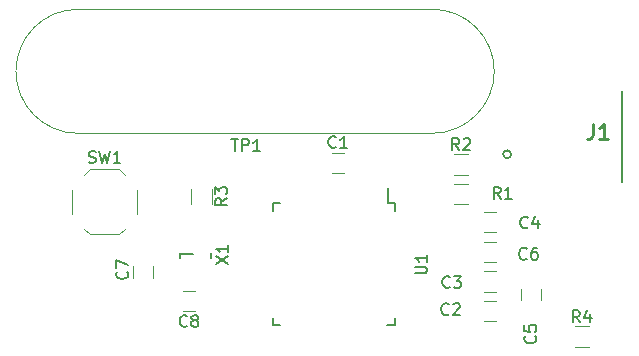
<source format=gto>
G04 #@! TF.GenerationSoftware,KiCad,Pcbnew,(5.1.4)-1*
G04 #@! TF.CreationDate,2020-01-26T21:21:17-03:00*
G04 #@! TF.ProjectId,CONTESTING,434f4e54-4553-4544-994e-472e6b696361,rev?*
G04 #@! TF.SameCoordinates,Original*
G04 #@! TF.FileFunction,Legend,Top*
G04 #@! TF.FilePolarity,Positive*
%FSLAX46Y46*%
G04 Gerber Fmt 4.6, Leading zero omitted, Abs format (unit mm)*
G04 Created by KiCad (PCBNEW (5.1.4)-1) date 2020-01-26 21:21:17*
%MOMM*%
%LPD*%
G04 APERTURE LIST*
%ADD10C,0.150000*%
%ADD11C,0.120000*%
%ADD12C,0.200000*%
%ADD13C,0.254000*%
G04 APERTURE END LIST*
D10*
X76500000Y-120250000D02*
X76500000Y-120650000D01*
X73900000Y-120250000D02*
X73900000Y-120650000D01*
X74000000Y-120350000D02*
X75000000Y-120350000D01*
X91500000Y-116025000D02*
X91500000Y-114750000D01*
X92075000Y-126375000D02*
X92075000Y-125700000D01*
X81725000Y-126375000D02*
X81725000Y-125700000D01*
X81725000Y-116025000D02*
X81725000Y-116700000D01*
X92075000Y-116025000D02*
X92075000Y-116700000D01*
X81725000Y-116025000D02*
X82400000Y-116025000D01*
X81725000Y-126375000D02*
X82400000Y-126375000D01*
X92075000Y-126375000D02*
X91400000Y-126375000D01*
X92075000Y-116025000D02*
X91500000Y-116025000D01*
D11*
X65250000Y-99600000D02*
G75*
G03X65250000Y-110100000I0J-5250000D01*
G01*
X95250000Y-110100000D02*
G75*
G03X95250000Y-99600000I0J5250000D01*
G01*
X95250000Y-99600000D02*
X65250000Y-99600000D01*
X65250000Y-110100000D02*
X95250000Y-110100000D01*
X66250000Y-113150000D02*
X68750000Y-113150000D01*
X64750000Y-114900000D02*
X64750000Y-116900000D01*
X66250000Y-118650000D02*
X68750000Y-118650000D01*
X70250000Y-114900000D02*
X70250000Y-116900000D01*
X65800000Y-113600000D02*
X66250000Y-113150000D01*
X69200000Y-113600000D02*
X68750000Y-113150000D01*
X69200000Y-118200000D02*
X68750000Y-118650000D01*
X65800000Y-118200000D02*
X66250000Y-118650000D01*
X108550000Y-128180000D02*
X107350000Y-128180000D01*
X107350000Y-126420000D02*
X108550000Y-126420000D01*
X76580000Y-114850000D02*
X76580000Y-116050000D01*
X74820000Y-116050000D02*
X74820000Y-114850000D01*
X97100000Y-111870000D02*
X98300000Y-111870000D01*
X98300000Y-113630000D02*
X97100000Y-113630000D01*
X98300000Y-116130000D02*
X97100000Y-116130000D01*
X97100000Y-114370000D02*
X98300000Y-114370000D01*
D12*
X101924270Y-111881000D02*
G75*
G03X101924270Y-111881000I-336270J0D01*
G01*
X111350000Y-114200000D02*
X111350000Y-106500000D01*
D11*
X75150000Y-123450000D02*
X74150000Y-123450000D01*
X74150000Y-125150000D02*
X75150000Y-125150000D01*
X71600000Y-122350000D02*
X71600000Y-121350000D01*
X69900000Y-121350000D02*
X69900000Y-122350000D01*
X99650000Y-121000000D02*
X100650000Y-121000000D01*
X100650000Y-119300000D02*
X99650000Y-119300000D01*
X104450000Y-124250000D02*
X104450000Y-123250000D01*
X102750000Y-123250000D02*
X102750000Y-124250000D01*
X99650000Y-118500000D02*
X100650000Y-118500000D01*
X100650000Y-116800000D02*
X99650000Y-116800000D01*
X99650000Y-123500000D02*
X100650000Y-123500000D01*
X100650000Y-121800000D02*
X99650000Y-121800000D01*
X99650000Y-126000000D02*
X100650000Y-126000000D01*
X100650000Y-124300000D02*
X99650000Y-124300000D01*
X86750000Y-113500000D02*
X87750000Y-113500000D01*
X87750000Y-111800000D02*
X86750000Y-111800000D01*
D10*
X76952380Y-121159523D02*
X77952380Y-120492857D01*
X76952380Y-120492857D02*
X77952380Y-121159523D01*
X77952380Y-119588095D02*
X77952380Y-120159523D01*
X77952380Y-119873809D02*
X76952380Y-119873809D01*
X77095238Y-119969047D01*
X77190476Y-120064285D01*
X77238095Y-120159523D01*
X93802380Y-121961904D02*
X94611904Y-121961904D01*
X94707142Y-121914285D01*
X94754761Y-121866666D01*
X94802380Y-121771428D01*
X94802380Y-121580952D01*
X94754761Y-121485714D01*
X94707142Y-121438095D01*
X94611904Y-121390476D01*
X93802380Y-121390476D01*
X94802380Y-120390476D02*
X94802380Y-120961904D01*
X94802380Y-120676190D02*
X93802380Y-120676190D01*
X93945238Y-120771428D01*
X94040476Y-120866666D01*
X94088095Y-120961904D01*
X78238095Y-110602380D02*
X78809523Y-110602380D01*
X78523809Y-111602380D02*
X78523809Y-110602380D01*
X79142857Y-111602380D02*
X79142857Y-110602380D01*
X79523809Y-110602380D01*
X79619047Y-110650000D01*
X79666666Y-110697619D01*
X79714285Y-110792857D01*
X79714285Y-110935714D01*
X79666666Y-111030952D01*
X79619047Y-111078571D01*
X79523809Y-111126190D01*
X79142857Y-111126190D01*
X80666666Y-111602380D02*
X80095238Y-111602380D01*
X80380952Y-111602380D02*
X80380952Y-110602380D01*
X80285714Y-110745238D01*
X80190476Y-110840476D01*
X80095238Y-110888095D01*
X66166666Y-112554761D02*
X66309523Y-112602380D01*
X66547619Y-112602380D01*
X66642857Y-112554761D01*
X66690476Y-112507142D01*
X66738095Y-112411904D01*
X66738095Y-112316666D01*
X66690476Y-112221428D01*
X66642857Y-112173809D01*
X66547619Y-112126190D01*
X66357142Y-112078571D01*
X66261904Y-112030952D01*
X66214285Y-111983333D01*
X66166666Y-111888095D01*
X66166666Y-111792857D01*
X66214285Y-111697619D01*
X66261904Y-111650000D01*
X66357142Y-111602380D01*
X66595238Y-111602380D01*
X66738095Y-111650000D01*
X67071428Y-111602380D02*
X67309523Y-112602380D01*
X67500000Y-111888095D01*
X67690476Y-112602380D01*
X67928571Y-111602380D01*
X68833333Y-112602380D02*
X68261904Y-112602380D01*
X68547619Y-112602380D02*
X68547619Y-111602380D01*
X68452380Y-111745238D01*
X68357142Y-111840476D01*
X68261904Y-111888095D01*
X107733333Y-126102380D02*
X107400000Y-125626190D01*
X107161904Y-126102380D02*
X107161904Y-125102380D01*
X107542857Y-125102380D01*
X107638095Y-125150000D01*
X107685714Y-125197619D01*
X107733333Y-125292857D01*
X107733333Y-125435714D01*
X107685714Y-125530952D01*
X107638095Y-125578571D01*
X107542857Y-125626190D01*
X107161904Y-125626190D01*
X108590476Y-125435714D02*
X108590476Y-126102380D01*
X108352380Y-125054761D02*
X108114285Y-125769047D01*
X108733333Y-125769047D01*
X77852380Y-115616666D02*
X77376190Y-115950000D01*
X77852380Y-116188095D02*
X76852380Y-116188095D01*
X76852380Y-115807142D01*
X76900000Y-115711904D01*
X76947619Y-115664285D01*
X77042857Y-115616666D01*
X77185714Y-115616666D01*
X77280952Y-115664285D01*
X77328571Y-115711904D01*
X77376190Y-115807142D01*
X77376190Y-116188095D01*
X76852380Y-115283333D02*
X76852380Y-114664285D01*
X77233333Y-114997619D01*
X77233333Y-114854761D01*
X77280952Y-114759523D01*
X77328571Y-114711904D01*
X77423809Y-114664285D01*
X77661904Y-114664285D01*
X77757142Y-114711904D01*
X77804761Y-114759523D01*
X77852380Y-114854761D01*
X77852380Y-115140476D01*
X77804761Y-115235714D01*
X77757142Y-115283333D01*
X97533333Y-111502380D02*
X97200000Y-111026190D01*
X96961904Y-111502380D02*
X96961904Y-110502380D01*
X97342857Y-110502380D01*
X97438095Y-110550000D01*
X97485714Y-110597619D01*
X97533333Y-110692857D01*
X97533333Y-110835714D01*
X97485714Y-110930952D01*
X97438095Y-110978571D01*
X97342857Y-111026190D01*
X96961904Y-111026190D01*
X97914285Y-110597619D02*
X97961904Y-110550000D01*
X98057142Y-110502380D01*
X98295238Y-110502380D01*
X98390476Y-110550000D01*
X98438095Y-110597619D01*
X98485714Y-110692857D01*
X98485714Y-110788095D01*
X98438095Y-110930952D01*
X97866666Y-111502380D01*
X98485714Y-111502380D01*
X101033333Y-115652380D02*
X100700000Y-115176190D01*
X100461904Y-115652380D02*
X100461904Y-114652380D01*
X100842857Y-114652380D01*
X100938095Y-114700000D01*
X100985714Y-114747619D01*
X101033333Y-114842857D01*
X101033333Y-114985714D01*
X100985714Y-115080952D01*
X100938095Y-115128571D01*
X100842857Y-115176190D01*
X100461904Y-115176190D01*
X101985714Y-115652380D02*
X101414285Y-115652380D01*
X101700000Y-115652380D02*
X101700000Y-114652380D01*
X101604761Y-114795238D01*
X101509523Y-114890476D01*
X101414285Y-114938095D01*
D13*
X108856666Y-109285523D02*
X108856666Y-110192666D01*
X108796190Y-110374095D01*
X108675238Y-110495047D01*
X108493809Y-110555523D01*
X108372857Y-110555523D01*
X110126666Y-110555523D02*
X109400952Y-110555523D01*
X109763809Y-110555523D02*
X109763809Y-109285523D01*
X109642857Y-109466952D01*
X109521904Y-109587904D01*
X109400952Y-109648380D01*
D10*
X74483333Y-126407142D02*
X74435714Y-126454761D01*
X74292857Y-126502380D01*
X74197619Y-126502380D01*
X74054761Y-126454761D01*
X73959523Y-126359523D01*
X73911904Y-126264285D01*
X73864285Y-126073809D01*
X73864285Y-125930952D01*
X73911904Y-125740476D01*
X73959523Y-125645238D01*
X74054761Y-125550000D01*
X74197619Y-125502380D01*
X74292857Y-125502380D01*
X74435714Y-125550000D01*
X74483333Y-125597619D01*
X75054761Y-125930952D02*
X74959523Y-125883333D01*
X74911904Y-125835714D01*
X74864285Y-125740476D01*
X74864285Y-125692857D01*
X74911904Y-125597619D01*
X74959523Y-125550000D01*
X75054761Y-125502380D01*
X75245238Y-125502380D01*
X75340476Y-125550000D01*
X75388095Y-125597619D01*
X75435714Y-125692857D01*
X75435714Y-125740476D01*
X75388095Y-125835714D01*
X75340476Y-125883333D01*
X75245238Y-125930952D01*
X75054761Y-125930952D01*
X74959523Y-125978571D01*
X74911904Y-126026190D01*
X74864285Y-126121428D01*
X74864285Y-126311904D01*
X74911904Y-126407142D01*
X74959523Y-126454761D01*
X75054761Y-126502380D01*
X75245238Y-126502380D01*
X75340476Y-126454761D01*
X75388095Y-126407142D01*
X75435714Y-126311904D01*
X75435714Y-126121428D01*
X75388095Y-126026190D01*
X75340476Y-125978571D01*
X75245238Y-125930952D01*
X69407142Y-121816666D02*
X69454761Y-121864285D01*
X69502380Y-122007142D01*
X69502380Y-122102380D01*
X69454761Y-122245238D01*
X69359523Y-122340476D01*
X69264285Y-122388095D01*
X69073809Y-122435714D01*
X68930952Y-122435714D01*
X68740476Y-122388095D01*
X68645238Y-122340476D01*
X68550000Y-122245238D01*
X68502380Y-122102380D01*
X68502380Y-122007142D01*
X68550000Y-121864285D01*
X68597619Y-121816666D01*
X68502380Y-121483333D02*
X68502380Y-120816666D01*
X69502380Y-121245238D01*
X103233333Y-120707142D02*
X103185714Y-120754761D01*
X103042857Y-120802380D01*
X102947619Y-120802380D01*
X102804761Y-120754761D01*
X102709523Y-120659523D01*
X102661904Y-120564285D01*
X102614285Y-120373809D01*
X102614285Y-120230952D01*
X102661904Y-120040476D01*
X102709523Y-119945238D01*
X102804761Y-119850000D01*
X102947619Y-119802380D01*
X103042857Y-119802380D01*
X103185714Y-119850000D01*
X103233333Y-119897619D01*
X104090476Y-119802380D02*
X103900000Y-119802380D01*
X103804761Y-119850000D01*
X103757142Y-119897619D01*
X103661904Y-120040476D01*
X103614285Y-120230952D01*
X103614285Y-120611904D01*
X103661904Y-120707142D01*
X103709523Y-120754761D01*
X103804761Y-120802380D01*
X103995238Y-120802380D01*
X104090476Y-120754761D01*
X104138095Y-120707142D01*
X104185714Y-120611904D01*
X104185714Y-120373809D01*
X104138095Y-120278571D01*
X104090476Y-120230952D01*
X103995238Y-120183333D01*
X103804761Y-120183333D01*
X103709523Y-120230952D01*
X103661904Y-120278571D01*
X103614285Y-120373809D01*
X103957142Y-127266666D02*
X104004761Y-127314285D01*
X104052380Y-127457142D01*
X104052380Y-127552380D01*
X104004761Y-127695238D01*
X103909523Y-127790476D01*
X103814285Y-127838095D01*
X103623809Y-127885714D01*
X103480952Y-127885714D01*
X103290476Y-127838095D01*
X103195238Y-127790476D01*
X103100000Y-127695238D01*
X103052380Y-127552380D01*
X103052380Y-127457142D01*
X103100000Y-127314285D01*
X103147619Y-127266666D01*
X103052380Y-126361904D02*
X103052380Y-126838095D01*
X103528571Y-126885714D01*
X103480952Y-126838095D01*
X103433333Y-126742857D01*
X103433333Y-126504761D01*
X103480952Y-126409523D01*
X103528571Y-126361904D01*
X103623809Y-126314285D01*
X103861904Y-126314285D01*
X103957142Y-126361904D01*
X104004761Y-126409523D01*
X104052380Y-126504761D01*
X104052380Y-126742857D01*
X104004761Y-126838095D01*
X103957142Y-126885714D01*
X103333333Y-118057142D02*
X103285714Y-118104761D01*
X103142857Y-118152380D01*
X103047619Y-118152380D01*
X102904761Y-118104761D01*
X102809523Y-118009523D01*
X102761904Y-117914285D01*
X102714285Y-117723809D01*
X102714285Y-117580952D01*
X102761904Y-117390476D01*
X102809523Y-117295238D01*
X102904761Y-117200000D01*
X103047619Y-117152380D01*
X103142857Y-117152380D01*
X103285714Y-117200000D01*
X103333333Y-117247619D01*
X104190476Y-117485714D02*
X104190476Y-118152380D01*
X103952380Y-117104761D02*
X103714285Y-117819047D01*
X104333333Y-117819047D01*
X96733333Y-123107142D02*
X96685714Y-123154761D01*
X96542857Y-123202380D01*
X96447619Y-123202380D01*
X96304761Y-123154761D01*
X96209523Y-123059523D01*
X96161904Y-122964285D01*
X96114285Y-122773809D01*
X96114285Y-122630952D01*
X96161904Y-122440476D01*
X96209523Y-122345238D01*
X96304761Y-122250000D01*
X96447619Y-122202380D01*
X96542857Y-122202380D01*
X96685714Y-122250000D01*
X96733333Y-122297619D01*
X97066666Y-122202380D02*
X97685714Y-122202380D01*
X97352380Y-122583333D01*
X97495238Y-122583333D01*
X97590476Y-122630952D01*
X97638095Y-122678571D01*
X97685714Y-122773809D01*
X97685714Y-123011904D01*
X97638095Y-123107142D01*
X97590476Y-123154761D01*
X97495238Y-123202380D01*
X97209523Y-123202380D01*
X97114285Y-123154761D01*
X97066666Y-123107142D01*
X96633333Y-125407142D02*
X96585714Y-125454761D01*
X96442857Y-125502380D01*
X96347619Y-125502380D01*
X96204761Y-125454761D01*
X96109523Y-125359523D01*
X96061904Y-125264285D01*
X96014285Y-125073809D01*
X96014285Y-124930952D01*
X96061904Y-124740476D01*
X96109523Y-124645238D01*
X96204761Y-124550000D01*
X96347619Y-124502380D01*
X96442857Y-124502380D01*
X96585714Y-124550000D01*
X96633333Y-124597619D01*
X97014285Y-124597619D02*
X97061904Y-124550000D01*
X97157142Y-124502380D01*
X97395238Y-124502380D01*
X97490476Y-124550000D01*
X97538095Y-124597619D01*
X97585714Y-124692857D01*
X97585714Y-124788095D01*
X97538095Y-124930952D01*
X96966666Y-125502380D01*
X97585714Y-125502380D01*
X87083333Y-111257142D02*
X87035714Y-111304761D01*
X86892857Y-111352380D01*
X86797619Y-111352380D01*
X86654761Y-111304761D01*
X86559523Y-111209523D01*
X86511904Y-111114285D01*
X86464285Y-110923809D01*
X86464285Y-110780952D01*
X86511904Y-110590476D01*
X86559523Y-110495238D01*
X86654761Y-110400000D01*
X86797619Y-110352380D01*
X86892857Y-110352380D01*
X87035714Y-110400000D01*
X87083333Y-110447619D01*
X88035714Y-111352380D02*
X87464285Y-111352380D01*
X87750000Y-111352380D02*
X87750000Y-110352380D01*
X87654761Y-110495238D01*
X87559523Y-110590476D01*
X87464285Y-110638095D01*
M02*

</source>
